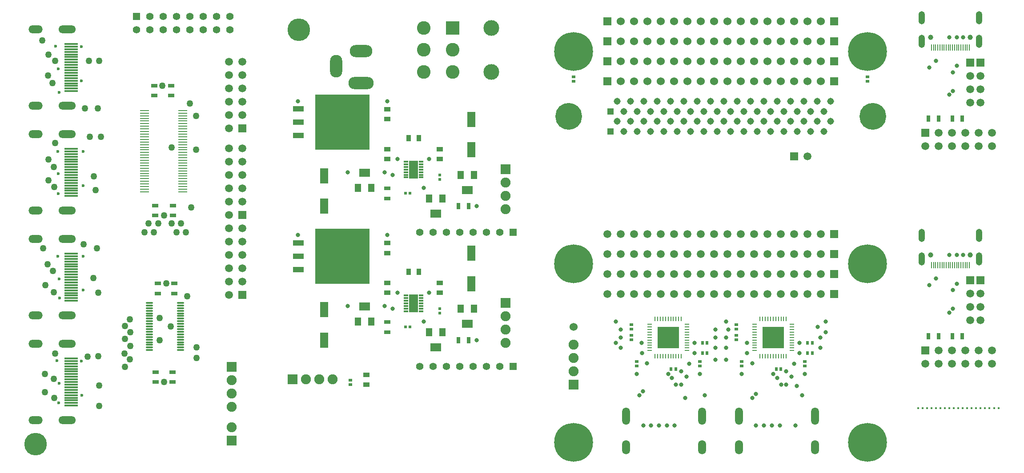
<source format=gts>
G04*
G04 #@! TF.GenerationSoftware,Altium Limited,Altium Designer,19.1.6 (110)*
G04*
G04 Layer_Color=8388736*
%FSLAX43Y43*%
%MOMM*%
G71*
G01*
G75*
%ADD18R,0.230X1.200*%
%ADD19R,0.700X1.300*%
%ADD20R,1.300X0.900*%
%ADD21R,0.700X0.540*%
%ADD22R,1.575X2.997*%
%ADD23R,0.540X0.600*%
%ADD24R,0.600X0.540*%
%ADD25R,0.900X1.300*%
%ADD26R,10.300X10.500*%
%ADD27R,2.100X1.050*%
%ADD28R,1.300X0.700*%
%ADD29R,0.805X0.300*%
%ADD30R,1.300X1.600*%
%ADD31R,2.000X1.600*%
%ADD32R,0.250X0.900*%
%ADD33R,4.100X4.100*%
%ADD34R,0.900X0.250*%
%ADD35R,0.540X0.700*%
%ADD36R,2.600X0.300*%
%ADD37O,1.400X0.300*%
%ADD38R,1.676X0.279*%
%ADD39R,1.800X3.400*%
%ADD40C,0.400*%
%ADD41O,1.250X2.500*%
%ADD42C,1.000*%
%ADD43R,1.500X1.500*%
%ADD44C,1.500*%
%ADD45R,1.500X1.500*%
%ADD46C,1.524*%
%ADD47R,1.900X1.900*%
%ADD48C,1.900*%
%ADD49C,1.388*%
%ADD50R,1.388X1.388*%
%ADD51O,4.318X2.337*%
%ADD52O,2.337X4.318*%
%ADD53O,4.826X2.337*%
%ADD54C,7.400*%
%ADD55O,1.500X2.700*%
%ADD56O,1.500X3.300*%
%ADD57R,1.524X1.524*%
%ADD58R,1.308X1.308*%
%ADD59C,5.100*%
%ADD60C,1.308*%
%ADD61C,3.000*%
%ADD62C,2.600*%
%ADD63R,2.600X2.600*%
%ADD64R,1.900X1.900*%
%ADD65C,1.398*%
%ADD66R,1.398X1.398*%
%ADD67O,2.700X1.500*%
%ADD68O,3.300X1.500*%
%ADD69C,4.300*%
%ADD70C,0.800*%
%ADD71C,0.600*%
%ADD72C,1.270*%
D18*
X182100Y38300D02*
D03*
X181700D02*
D03*
X181300D02*
D03*
X180900D02*
D03*
X180500D02*
D03*
X180100D02*
D03*
X179700D02*
D03*
X179300D02*
D03*
X178900D02*
D03*
X178500D02*
D03*
X178100D02*
D03*
X177700D02*
D03*
X177300D02*
D03*
X176900D02*
D03*
X176500D02*
D03*
X176100D02*
D03*
X175700D02*
D03*
X175300D02*
D03*
X174900D02*
D03*
X176500Y79800D02*
D03*
X176900D02*
D03*
X175300D02*
D03*
X175700D02*
D03*
X180100D02*
D03*
X181300D02*
D03*
X174900D02*
D03*
X176100D02*
D03*
X177300D02*
D03*
X177700D02*
D03*
X178100D02*
D03*
X178500D02*
D03*
X178900D02*
D03*
X179300D02*
D03*
X179700D02*
D03*
X180500D02*
D03*
X180900D02*
D03*
X181700D02*
D03*
X182100D02*
D03*
D19*
X180750Y24750D02*
D03*
X178850D02*
D03*
X174350Y66250D02*
D03*
X176250D02*
D03*
X86750Y24003D02*
D03*
X84850D02*
D03*
X84850Y49503D02*
D03*
X86750D02*
D03*
X178850Y66250D02*
D03*
X180750D02*
D03*
X176250Y24750D02*
D03*
X174350D02*
D03*
D20*
X67250Y17403D02*
D03*
Y15503D02*
D03*
X81250Y33003D02*
D03*
Y34903D02*
D03*
X71250Y33003D02*
D03*
Y34903D02*
D03*
Y40603D02*
D03*
Y42503D02*
D03*
X71250Y68003D02*
D03*
Y66103D02*
D03*
Y60403D02*
D03*
Y58503D02*
D03*
X81250D02*
D03*
Y60403D02*
D03*
D21*
X64250Y15503D02*
D03*
Y16363D02*
D03*
X150750Y19930D02*
D03*
Y19070D02*
D03*
X130750Y19930D02*
D03*
Y19070D02*
D03*
X138750Y19930D02*
D03*
Y19070D02*
D03*
X118750Y19930D02*
D03*
Y19070D02*
D03*
X137750Y24070D02*
D03*
Y24930D02*
D03*
X117750Y24070D02*
D03*
Y24930D02*
D03*
X137750Y26930D02*
D03*
Y26070D02*
D03*
X117750Y26930D02*
D03*
Y26070D02*
D03*
X106750Y73323D02*
D03*
Y74183D02*
D03*
X162750Y73323D02*
D03*
Y74183D02*
D03*
D22*
X59250Y24003D02*
D03*
Y29820D02*
D03*
X87250Y40570D02*
D03*
Y34753D02*
D03*
X87250Y66070D02*
D03*
Y60253D02*
D03*
X59250Y49503D02*
D03*
Y55320D02*
D03*
D23*
X75610Y26503D02*
D03*
X74750D02*
D03*
X75610Y52003D02*
D03*
X74750D02*
D03*
D24*
X81250Y29143D02*
D03*
Y30003D02*
D03*
X81250Y54643D02*
D03*
Y55503D02*
D03*
D25*
X75350Y37003D02*
D03*
X77250D02*
D03*
X77250Y62503D02*
D03*
X75350D02*
D03*
D26*
X62750Y40003D02*
D03*
X62750Y65503D02*
D03*
D27*
X54300Y37463D02*
D03*
Y40003D02*
D03*
Y42543D02*
D03*
X54300Y62963D02*
D03*
Y65503D02*
D03*
Y68043D02*
D03*
D28*
X71250Y25503D02*
D03*
Y27403D02*
D03*
X71250Y52903D02*
D03*
Y51003D02*
D03*
X30099Y70612D02*
D03*
Y72512D02*
D03*
X26924Y70612D02*
D03*
Y72512D02*
D03*
X27051Y49652D02*
D03*
Y47752D02*
D03*
X30480Y49657D02*
D03*
Y47757D02*
D03*
X30353Y17902D02*
D03*
Y16002D02*
D03*
X27178Y17902D02*
D03*
Y16002D02*
D03*
X27559Y32898D02*
D03*
Y34798D02*
D03*
X30734D02*
D03*
Y32898D02*
D03*
D29*
X77702Y29503D02*
D03*
Y30003D02*
D03*
Y30503D02*
D03*
Y31003D02*
D03*
Y31503D02*
D03*
Y32003D02*
D03*
Y32503D02*
D03*
X74798D02*
D03*
Y32003D02*
D03*
Y31503D02*
D03*
Y31003D02*
D03*
Y30503D02*
D03*
Y30003D02*
D03*
Y29503D02*
D03*
X77702Y55003D02*
D03*
Y55503D02*
D03*
Y56003D02*
D03*
Y56503D02*
D03*
Y57003D02*
D03*
Y57503D02*
D03*
Y58003D02*
D03*
X74798D02*
D03*
Y57503D02*
D03*
Y57003D02*
D03*
Y56503D02*
D03*
Y56003D02*
D03*
Y55503D02*
D03*
Y55003D02*
D03*
D30*
X68250Y27503D02*
D03*
X65710D02*
D03*
X79250Y25503D02*
D03*
X81790D02*
D03*
X85250Y30003D02*
D03*
X87790D02*
D03*
X87790Y55503D02*
D03*
X85250D02*
D03*
X79250Y51003D02*
D03*
X81790D02*
D03*
X68250Y53003D02*
D03*
X65710D02*
D03*
D31*
X66980Y30403D02*
D03*
X80520Y22603D02*
D03*
X86520Y27103D02*
D03*
X86520Y52603D02*
D03*
X80520Y48103D02*
D03*
X66980Y55903D02*
D03*
D32*
X125750Y20950D02*
D03*
X125250D02*
D03*
X126750D02*
D03*
X126250D02*
D03*
X122250D02*
D03*
X122750D02*
D03*
X123250D02*
D03*
X123750D02*
D03*
X124250D02*
D03*
X124750D02*
D03*
X127250D02*
D03*
Y28050D02*
D03*
X126750D02*
D03*
X126250D02*
D03*
X125750D02*
D03*
X125250D02*
D03*
X124750D02*
D03*
X124250D02*
D03*
X123750D02*
D03*
X123250D02*
D03*
X122750D02*
D03*
X122250D02*
D03*
X142250Y20950D02*
D03*
X142750D02*
D03*
X144250D02*
D03*
X144750D02*
D03*
X146250D02*
D03*
X146750D02*
D03*
X147250D02*
D03*
Y28050D02*
D03*
X146750D02*
D03*
X146250D02*
D03*
X145750D02*
D03*
X145250D02*
D03*
X144750D02*
D03*
X144250D02*
D03*
X143750D02*
D03*
X143250D02*
D03*
X142750D02*
D03*
X142250D02*
D03*
X145250Y20950D02*
D03*
X145750D02*
D03*
X143250D02*
D03*
X143750D02*
D03*
D33*
X124750Y24500D02*
D03*
X144750D02*
D03*
D34*
X121200Y25000D02*
D03*
Y25500D02*
D03*
Y26000D02*
D03*
Y26500D02*
D03*
Y24500D02*
D03*
Y24000D02*
D03*
Y23500D02*
D03*
Y23000D02*
D03*
Y22500D02*
D03*
Y27000D02*
D03*
Y22000D02*
D03*
X128300D02*
D03*
Y22500D02*
D03*
Y23000D02*
D03*
Y23500D02*
D03*
Y24000D02*
D03*
Y24500D02*
D03*
Y25000D02*
D03*
Y25500D02*
D03*
Y26000D02*
D03*
Y26500D02*
D03*
Y27000D02*
D03*
X141200Y25000D02*
D03*
Y25500D02*
D03*
Y26000D02*
D03*
Y26500D02*
D03*
Y24500D02*
D03*
Y24000D02*
D03*
Y23500D02*
D03*
Y23000D02*
D03*
Y22500D02*
D03*
Y27000D02*
D03*
Y22000D02*
D03*
X148300D02*
D03*
Y22500D02*
D03*
Y23000D02*
D03*
Y23500D02*
D03*
Y24000D02*
D03*
Y24500D02*
D03*
Y25000D02*
D03*
Y25500D02*
D03*
Y26000D02*
D03*
Y26500D02*
D03*
Y27000D02*
D03*
D35*
X146180Y18500D02*
D03*
X145320D02*
D03*
X126180D02*
D03*
X125320D02*
D03*
X152180Y21500D02*
D03*
X151320D02*
D03*
X132180D02*
D03*
X131320D02*
D03*
X152180Y23500D02*
D03*
X151320D02*
D03*
X132180D02*
D03*
X131320D02*
D03*
D36*
X11047Y80446D02*
D03*
Y79946D02*
D03*
Y79446D02*
D03*
Y78946D02*
D03*
Y78446D02*
D03*
Y77946D02*
D03*
Y77446D02*
D03*
Y76946D02*
D03*
Y76446D02*
D03*
Y75946D02*
D03*
Y75446D02*
D03*
Y74946D02*
D03*
Y74446D02*
D03*
Y73946D02*
D03*
Y73446D02*
D03*
Y72946D02*
D03*
Y72446D02*
D03*
Y71946D02*
D03*
Y71446D02*
D03*
Y60465D02*
D03*
Y59965D02*
D03*
Y59465D02*
D03*
Y58965D02*
D03*
Y58465D02*
D03*
Y57965D02*
D03*
Y57465D02*
D03*
Y56965D02*
D03*
Y56465D02*
D03*
Y55965D02*
D03*
Y55465D02*
D03*
Y54965D02*
D03*
Y54465D02*
D03*
Y53965D02*
D03*
Y53465D02*
D03*
Y52965D02*
D03*
Y52465D02*
D03*
Y51965D02*
D03*
Y51465D02*
D03*
Y40483D02*
D03*
Y39983D02*
D03*
Y39483D02*
D03*
Y38983D02*
D03*
Y38483D02*
D03*
Y37983D02*
D03*
Y37483D02*
D03*
Y36983D02*
D03*
Y36483D02*
D03*
Y35983D02*
D03*
Y35483D02*
D03*
Y34983D02*
D03*
Y34483D02*
D03*
Y33983D02*
D03*
Y33483D02*
D03*
Y32983D02*
D03*
Y32483D02*
D03*
Y31983D02*
D03*
Y31483D02*
D03*
Y20502D02*
D03*
Y20002D02*
D03*
Y19502D02*
D03*
Y19002D02*
D03*
Y18502D02*
D03*
Y18002D02*
D03*
Y17502D02*
D03*
Y17002D02*
D03*
Y16502D02*
D03*
Y16002D02*
D03*
Y15502D02*
D03*
Y15002D02*
D03*
Y14502D02*
D03*
Y14002D02*
D03*
Y13502D02*
D03*
Y13002D02*
D03*
Y12502D02*
D03*
Y12002D02*
D03*
Y11502D02*
D03*
D37*
X25977Y31083D02*
D03*
Y30583D02*
D03*
Y30083D02*
D03*
Y29583D02*
D03*
Y29083D02*
D03*
Y28583D02*
D03*
Y28083D02*
D03*
Y27583D02*
D03*
Y27083D02*
D03*
Y26583D02*
D03*
Y26083D02*
D03*
Y25583D02*
D03*
Y25083D02*
D03*
Y24583D02*
D03*
Y24083D02*
D03*
Y23583D02*
D03*
Y23083D02*
D03*
Y22583D02*
D03*
Y22083D02*
D03*
X31877D02*
D03*
Y22583D02*
D03*
Y23083D02*
D03*
Y23583D02*
D03*
Y24083D02*
D03*
Y24583D02*
D03*
Y25083D02*
D03*
Y25583D02*
D03*
Y26083D02*
D03*
Y26583D02*
D03*
Y27083D02*
D03*
Y27583D02*
D03*
Y28083D02*
D03*
Y28583D02*
D03*
Y29083D02*
D03*
Y29583D02*
D03*
Y30083D02*
D03*
Y30583D02*
D03*
Y31083D02*
D03*
D38*
X25019Y52254D02*
D03*
Y52754D02*
D03*
Y53254D02*
D03*
Y53754D02*
D03*
Y54254D02*
D03*
Y54754D02*
D03*
Y55254D02*
D03*
Y55754D02*
D03*
Y56254D02*
D03*
Y56754D02*
D03*
Y57254D02*
D03*
Y57754D02*
D03*
Y58254D02*
D03*
Y58754D02*
D03*
Y59254D02*
D03*
Y59754D02*
D03*
Y60254D02*
D03*
Y60754D02*
D03*
Y61254D02*
D03*
Y61754D02*
D03*
Y62254D02*
D03*
Y62754D02*
D03*
Y63254D02*
D03*
Y63754D02*
D03*
Y64254D02*
D03*
Y64754D02*
D03*
Y65254D02*
D03*
Y65754D02*
D03*
Y66254D02*
D03*
Y66754D02*
D03*
Y67254D02*
D03*
Y67754D02*
D03*
X32360D02*
D03*
Y67254D02*
D03*
Y66754D02*
D03*
Y66254D02*
D03*
Y65754D02*
D03*
Y65254D02*
D03*
Y64754D02*
D03*
Y64254D02*
D03*
Y63754D02*
D03*
Y63254D02*
D03*
Y62754D02*
D03*
Y62254D02*
D03*
Y61754D02*
D03*
Y61254D02*
D03*
Y60754D02*
D03*
Y60254D02*
D03*
Y59754D02*
D03*
Y59254D02*
D03*
Y58754D02*
D03*
Y58254D02*
D03*
Y57754D02*
D03*
Y57254D02*
D03*
Y56754D02*
D03*
Y56254D02*
D03*
Y55754D02*
D03*
Y55254D02*
D03*
Y54754D02*
D03*
Y54254D02*
D03*
Y53754D02*
D03*
Y53254D02*
D03*
Y52754D02*
D03*
Y52254D02*
D03*
D39*
X76250Y31003D02*
D03*
X76250Y56503D02*
D03*
D40*
X187650Y11000D02*
D03*
X186800D02*
D03*
X185950D02*
D03*
X172350D02*
D03*
X173200D02*
D03*
X174050D02*
D03*
X174900D02*
D03*
X175750D02*
D03*
X176600D02*
D03*
X177450D02*
D03*
X178300D02*
D03*
X179150D02*
D03*
X180000D02*
D03*
X180850D02*
D03*
X181700D02*
D03*
X182550D02*
D03*
X183400D02*
D03*
X184250D02*
D03*
X185100D02*
D03*
D41*
X173080Y43950D02*
D03*
X183930D02*
D03*
X173080Y39450D02*
D03*
X183930D02*
D03*
Y80950D02*
D03*
X173080D02*
D03*
X183930Y85450D02*
D03*
X173080D02*
D03*
D42*
X174750Y40250D02*
D03*
X182250D02*
D03*
Y81750D02*
D03*
X174750D02*
D03*
D43*
X182250Y35370D02*
D03*
X184250D02*
D03*
Y76870D02*
D03*
X182250D02*
D03*
X43688Y64389D02*
D03*
Y32639D02*
D03*
Y47879D02*
D03*
D44*
X182250Y32830D02*
D03*
Y30290D02*
D03*
Y27750D02*
D03*
X184250D02*
D03*
Y30290D02*
D03*
Y32830D02*
D03*
X176290Y22000D02*
D03*
X178830D02*
D03*
X181370D02*
D03*
X183910D02*
D03*
X186450D02*
D03*
X173750Y19460D02*
D03*
X176290D02*
D03*
X178830D02*
D03*
X181370D02*
D03*
X183910D02*
D03*
X186450D02*
D03*
X153780Y32750D02*
D03*
X151240D02*
D03*
X148700D02*
D03*
X146160D02*
D03*
X143620D02*
D03*
X141080D02*
D03*
X138540D02*
D03*
X136000D02*
D03*
X133460D02*
D03*
X130920D02*
D03*
X128380D02*
D03*
X125840D02*
D03*
X123300D02*
D03*
X120760D02*
D03*
X118220D02*
D03*
X115680D02*
D03*
X113140D02*
D03*
X153780Y36560D02*
D03*
X151240D02*
D03*
X148700D02*
D03*
X146160D02*
D03*
X143620D02*
D03*
X141080D02*
D03*
X138540D02*
D03*
X136000D02*
D03*
X133460D02*
D03*
X130920D02*
D03*
X128380D02*
D03*
X125840D02*
D03*
X123300D02*
D03*
X120760D02*
D03*
X118220D02*
D03*
X115680D02*
D03*
X113140D02*
D03*
X153780Y40370D02*
D03*
X151240D02*
D03*
X148700D02*
D03*
X146160D02*
D03*
X143620D02*
D03*
X141080D02*
D03*
X138540D02*
D03*
X136000D02*
D03*
X133460D02*
D03*
X130920D02*
D03*
X128380D02*
D03*
X125840D02*
D03*
X123300D02*
D03*
X120760D02*
D03*
X118220D02*
D03*
X115680D02*
D03*
X113140D02*
D03*
X153780Y44180D02*
D03*
X151240D02*
D03*
X148700D02*
D03*
X146160D02*
D03*
X143620D02*
D03*
X141080D02*
D03*
X138540D02*
D03*
X136000D02*
D03*
X133460D02*
D03*
X130920D02*
D03*
X128380D02*
D03*
X125840D02*
D03*
X123300D02*
D03*
X120760D02*
D03*
X118220D02*
D03*
X115680D02*
D03*
X113140D02*
D03*
X184250Y69250D02*
D03*
Y74330D02*
D03*
Y71790D02*
D03*
X173750Y60960D02*
D03*
X176290D02*
D03*
Y63500D02*
D03*
X181370Y60960D02*
D03*
X178830D02*
D03*
X183910D02*
D03*
X181370Y63500D02*
D03*
X178830D02*
D03*
X186450Y60960D02*
D03*
X183910Y63500D02*
D03*
X186450D02*
D03*
X182250Y71790D02*
D03*
Y69250D02*
D03*
Y74330D02*
D03*
X151290Y59003D02*
D03*
X43688Y66929D02*
D03*
Y69469D02*
D03*
Y72009D02*
D03*
Y74549D02*
D03*
Y77089D02*
D03*
X41148Y64389D02*
D03*
Y66929D02*
D03*
Y69469D02*
D03*
Y72009D02*
D03*
Y74549D02*
D03*
Y77089D02*
D03*
X43688Y35179D02*
D03*
Y37719D02*
D03*
Y40259D02*
D03*
Y42799D02*
D03*
Y45339D02*
D03*
X41148Y32639D02*
D03*
Y35179D02*
D03*
Y37719D02*
D03*
Y40259D02*
D03*
Y42799D02*
D03*
Y45339D02*
D03*
X43688Y50419D02*
D03*
Y52959D02*
D03*
Y55499D02*
D03*
Y58039D02*
D03*
Y60579D02*
D03*
X41148Y47879D02*
D03*
Y50419D02*
D03*
Y52959D02*
D03*
Y55499D02*
D03*
Y58039D02*
D03*
Y60579D02*
D03*
D45*
X173750Y22000D02*
D03*
X156320Y32750D02*
D03*
Y36560D02*
D03*
Y40370D02*
D03*
Y44180D02*
D03*
X173750Y63500D02*
D03*
X148750Y59003D02*
D03*
D46*
X106750Y26500D02*
D03*
X153780Y73323D02*
D03*
X151240D02*
D03*
X148700D02*
D03*
X146160D02*
D03*
X143620D02*
D03*
X141080D02*
D03*
X138540D02*
D03*
X136000D02*
D03*
X115680D02*
D03*
X118220D02*
D03*
X120760D02*
D03*
X123300D02*
D03*
X125840D02*
D03*
X128380D02*
D03*
X130920D02*
D03*
X133460D02*
D03*
X115680Y80943D02*
D03*
X118220D02*
D03*
X120760D02*
D03*
X123300D02*
D03*
X125840D02*
D03*
X128380D02*
D03*
X130920D02*
D03*
X133460D02*
D03*
X115680Y77133D02*
D03*
X118220D02*
D03*
X120760D02*
D03*
X123300D02*
D03*
X125840D02*
D03*
X128380D02*
D03*
X130920D02*
D03*
X133460D02*
D03*
X115680Y84753D02*
D03*
X118220D02*
D03*
X120760D02*
D03*
X123300D02*
D03*
X125840D02*
D03*
X128380D02*
D03*
X130920D02*
D03*
X133460D02*
D03*
X153780Y80943D02*
D03*
X151240D02*
D03*
X148700D02*
D03*
X146160D02*
D03*
X143620D02*
D03*
X141080D02*
D03*
X138540D02*
D03*
X136000D02*
D03*
X153780Y77133D02*
D03*
X151240D02*
D03*
X148700D02*
D03*
X146160D02*
D03*
X143620D02*
D03*
X141080D02*
D03*
X138540D02*
D03*
X136000D02*
D03*
X153780Y84753D02*
D03*
X151240D02*
D03*
X148700D02*
D03*
X146160D02*
D03*
X143620D02*
D03*
X141080D02*
D03*
X138540D02*
D03*
X136000D02*
D03*
D47*
X93750Y31043D02*
D03*
X93750Y56543D02*
D03*
X41656Y18923D02*
D03*
Y4826D02*
D03*
X106750Y15500D02*
D03*
D48*
X93750Y28503D02*
D03*
Y25963D02*
D03*
Y23423D02*
D03*
X93750Y48923D02*
D03*
Y51463D02*
D03*
Y54003D02*
D03*
X55790Y16503D02*
D03*
X58330D02*
D03*
X60870D02*
D03*
X41656Y11303D02*
D03*
Y13843D02*
D03*
Y16383D02*
D03*
Y7366D02*
D03*
X106750Y18040D02*
D03*
Y20580D02*
D03*
Y23120D02*
D03*
D49*
X77470Y19003D02*
D03*
X80010D02*
D03*
X82550D02*
D03*
X85090D02*
D03*
X87630D02*
D03*
X90170D02*
D03*
X92710D02*
D03*
X77470Y44503D02*
D03*
X80010D02*
D03*
X82550D02*
D03*
X85090D02*
D03*
X87630D02*
D03*
X90170D02*
D03*
X92710D02*
D03*
D50*
X95250Y19003D02*
D03*
X95250Y44503D02*
D03*
D51*
X66236Y79053D02*
D03*
D52*
X61521Y76203D02*
D03*
D53*
X66250Y73003D02*
D03*
D54*
X106750Y4500D02*
D03*
X162750D02*
D03*
Y38500D02*
D03*
X106750D02*
D03*
X106750Y79003D02*
D03*
X162750D02*
D03*
D55*
X116750Y3540D02*
D03*
X131250D02*
D03*
X138250D02*
D03*
X152750D02*
D03*
D56*
X116750Y9500D02*
D03*
X131250D02*
D03*
X138250D02*
D03*
X152750D02*
D03*
D57*
X156320Y73323D02*
D03*
X113140D02*
D03*
Y80943D02*
D03*
Y77133D02*
D03*
Y84753D02*
D03*
X156320Y80943D02*
D03*
Y77133D02*
D03*
Y84753D02*
D03*
D58*
X113775Y63798D02*
D03*
Y67608D02*
D03*
D59*
X105775Y66656D02*
D03*
X163685D02*
D03*
D60*
X116315Y63798D02*
D03*
X118855D02*
D03*
X121395D02*
D03*
X123935D02*
D03*
X126475D02*
D03*
X129015D02*
D03*
X131555D02*
D03*
X134095D02*
D03*
X136635D02*
D03*
X139175D02*
D03*
X141715D02*
D03*
X144255D02*
D03*
X146795D02*
D03*
X149335D02*
D03*
X151875D02*
D03*
X154415D02*
D03*
X115045Y65703D02*
D03*
X117585D02*
D03*
X120125D02*
D03*
X122665D02*
D03*
X125205D02*
D03*
X127745D02*
D03*
X130285D02*
D03*
X132825D02*
D03*
X135365D02*
D03*
X137905D02*
D03*
X140445D02*
D03*
X142985D02*
D03*
X145525D02*
D03*
X148065D02*
D03*
X150605D02*
D03*
X153145D02*
D03*
X155685D02*
D03*
X116315Y67608D02*
D03*
X118855D02*
D03*
X121395D02*
D03*
X123935D02*
D03*
X126475D02*
D03*
X129015D02*
D03*
X131555D02*
D03*
X134095D02*
D03*
X136635D02*
D03*
X139175D02*
D03*
X141715D02*
D03*
X144255D02*
D03*
X146795D02*
D03*
X149335D02*
D03*
X151875D02*
D03*
X154415D02*
D03*
X115045Y69513D02*
D03*
X117585D02*
D03*
X120125D02*
D03*
X122665D02*
D03*
X125205D02*
D03*
X127745D02*
D03*
X130285D02*
D03*
X132825D02*
D03*
X135365D02*
D03*
X137905D02*
D03*
X140445D02*
D03*
X142985D02*
D03*
X145525D02*
D03*
X148065D02*
D03*
X150605D02*
D03*
X153145D02*
D03*
X155685D02*
D03*
D61*
X91050Y75103D02*
D03*
Y83503D02*
D03*
D62*
X78250Y75103D02*
D03*
Y79303D02*
D03*
X83750Y75103D02*
D03*
Y79303D02*
D03*
X78250Y83503D02*
D03*
D63*
X83750D02*
D03*
D64*
X53250Y16503D02*
D03*
D65*
X41275Y83185D02*
D03*
X38735D02*
D03*
X36195D02*
D03*
X33655D02*
D03*
X31115D02*
D03*
X28575D02*
D03*
X26035D02*
D03*
X23495D02*
D03*
X41275Y85725D02*
D03*
X38735D02*
D03*
X36195D02*
D03*
X33655D02*
D03*
X31115D02*
D03*
X28575D02*
D03*
X26035D02*
D03*
D66*
X23495D02*
D03*
D67*
X4327Y68696D02*
D03*
Y83196D02*
D03*
Y48715D02*
D03*
Y63215D02*
D03*
Y28733D02*
D03*
Y43233D02*
D03*
Y8752D02*
D03*
Y23252D02*
D03*
D68*
X10287Y68696D02*
D03*
Y83196D02*
D03*
Y48715D02*
D03*
Y63215D02*
D03*
Y28733D02*
D03*
Y43233D02*
D03*
Y8752D02*
D03*
Y23252D02*
D03*
D69*
X4318Y4191D02*
D03*
X54441Y83182D02*
D03*
D70*
X141492Y13742D02*
D03*
X140750Y13000D02*
D03*
X180900Y81750D02*
D03*
X179750Y81750D02*
D03*
X141500Y7750D02*
D03*
X120000D02*
D03*
X175750Y77250D02*
D03*
X174510Y75990D02*
D03*
X153250Y26500D02*
D03*
X136250Y26000D02*
D03*
X115750D02*
D03*
X114750Y27500D02*
D03*
X154750D02*
D03*
X135750Y27500D02*
D03*
X178250Y81750D02*
D03*
X179750Y76250D02*
D03*
X179000Y75000D02*
D03*
X178258Y70758D02*
D03*
X179000Y71500D02*
D03*
X135750Y20250D02*
D03*
X133750D02*
D03*
X126000Y7750D02*
D03*
X121500D02*
D03*
X123000D02*
D03*
X124500D02*
D03*
X150250Y13500D02*
D03*
X149250Y15250D02*
D03*
X146250Y15500D02*
D03*
X138750Y17500D02*
D03*
X143000Y7750D02*
D03*
X144500D02*
D03*
X146000D02*
D03*
X149000D02*
D03*
X147250Y15500D02*
D03*
X148250Y17000D02*
D03*
X147250Y18000D02*
D03*
X63750Y30503D02*
D03*
X54250Y44003D02*
D03*
X71250D02*
D03*
X88250Y24003D02*
D03*
X79250Y33003D02*
D03*
X78250Y27503D02*
D03*
X73250Y33003D02*
D03*
X70750Y30503D02*
D03*
X72250Y30003D02*
D03*
X88250Y49503D02*
D03*
X63750Y56003D02*
D03*
X71250Y69503D02*
D03*
X73250Y58503D02*
D03*
X79250D02*
D03*
X78250Y53003D02*
D03*
X72250Y55503D02*
D03*
X70750Y56003D02*
D03*
X115750Y22500D02*
D03*
X114750Y23500D02*
D03*
X119690Y23500D02*
D03*
X118750Y17500D02*
D03*
X129750Y23500D02*
D03*
X139750Y23500D02*
D03*
X149750Y23500D02*
D03*
X153750Y22500D02*
D03*
X133750D02*
D03*
X135750D02*
D03*
X140750Y19550D02*
D03*
X149750Y21500D02*
D03*
X139750D02*
D03*
X133750Y24500D02*
D03*
X119750Y21500D02*
D03*
X128750Y19500D02*
D03*
X129750Y21500D02*
D03*
X120750Y19550D02*
D03*
X115750Y24500D02*
D03*
X148750Y19500D02*
D03*
X135750Y24500D02*
D03*
X153750D02*
D03*
X54250Y69503D02*
D03*
X154750Y25500D02*
D03*
X150750Y17500D02*
D03*
X130750D02*
D03*
X133750Y26000D02*
D03*
X145492Y16758D02*
D03*
X144750Y17500D02*
D03*
X124750D02*
D03*
X128250Y17000D02*
D03*
X127250Y18000D02*
D03*
X128000Y13000D02*
D03*
X127250Y15500D02*
D03*
X125492Y16758D02*
D03*
X126250Y15500D02*
D03*
X131750Y13500D02*
D03*
X119992Y14242D02*
D03*
X119250Y13500D02*
D03*
X180900Y40250D02*
D03*
X179750Y40250D02*
D03*
X178250Y40250D02*
D03*
X179750Y34750D02*
D03*
X179000Y33500D02*
D03*
Y30000D02*
D03*
X178258Y29258D02*
D03*
X174510Y34490D02*
D03*
X175750Y35750D02*
D03*
D71*
X8763Y15748D02*
D03*
X8700Y12002D02*
D03*
X13335Y33528D02*
D03*
X8911Y31983D02*
D03*
X8763Y71247D02*
D03*
X13333Y53465D02*
D03*
X8763Y35687D02*
D03*
X8636Y55753D02*
D03*
Y75692D02*
D03*
X8509Y59944D02*
D03*
X8636Y51943D02*
D03*
X13018Y20002D02*
D03*
X8382Y20066D02*
D03*
X8509Y40005D02*
D03*
X13017Y79946D02*
D03*
X8128Y80010D02*
D03*
X13335Y40005D02*
D03*
Y59944D02*
D03*
X13041Y73446D02*
D03*
X13081Y13502D02*
D03*
D72*
X6096Y14097D02*
D03*
X7848Y12980D02*
D03*
X7747Y16637D02*
D03*
X6707Y74446D02*
D03*
X14478Y77216D02*
D03*
X7493Y73025D02*
D03*
X5588Y81153D02*
D03*
X16002Y41529D02*
D03*
X13462Y42291D02*
D03*
X15367Y55245D02*
D03*
X16383Y15367D02*
D03*
X6096Y17573D02*
D03*
X14605Y62738D02*
D03*
X16764D02*
D03*
X7874Y53213D02*
D03*
X15748Y52578D02*
D03*
X7747Y33147D02*
D03*
X15336Y35814D02*
D03*
X16256Y33020D02*
D03*
X34925Y22606D02*
D03*
X32004Y46228D02*
D03*
X33909Y49276D02*
D03*
X32893Y44577D02*
D03*
X31115D02*
D03*
X30226Y46228D02*
D03*
X25019Y44577D02*
D03*
X26797D02*
D03*
X34877Y66754D02*
D03*
X34869Y60254D02*
D03*
X30178Y60754D02*
D03*
X30059Y26583D02*
D03*
X27940Y24003D02*
D03*
Y28194D02*
D03*
X33179Y32385D02*
D03*
X21336Y26670D02*
D03*
Y24257D02*
D03*
X22352Y22860D02*
D03*
X21209Y21463D02*
D03*
X6731Y58420D02*
D03*
X7747Y57023D02*
D03*
X6731Y54483D02*
D03*
X6606Y38483D02*
D03*
X7620Y37211D02*
D03*
X6162Y34483D02*
D03*
X6771Y78446D02*
D03*
X8001Y77216D02*
D03*
X22352Y25527D02*
D03*
X22225Y27940D02*
D03*
X27686Y46228D02*
D03*
X25781D02*
D03*
X16129Y68199D02*
D03*
X14224Y20828D02*
D03*
X16256Y20955D02*
D03*
X16383Y77216D02*
D03*
X13716Y68199D02*
D03*
X34925Y20574D02*
D03*
X28448Y72512D02*
D03*
X28765Y16002D02*
D03*
X5715Y41529D02*
D03*
X29210Y34798D02*
D03*
X28768Y47757D02*
D03*
X21336Y18923D02*
D03*
X22225Y20320D02*
D03*
X33694Y69088D02*
D03*
X8001Y21463D02*
D03*
Y61595D02*
D03*
X16383Y11430D02*
D03*
M02*

</source>
